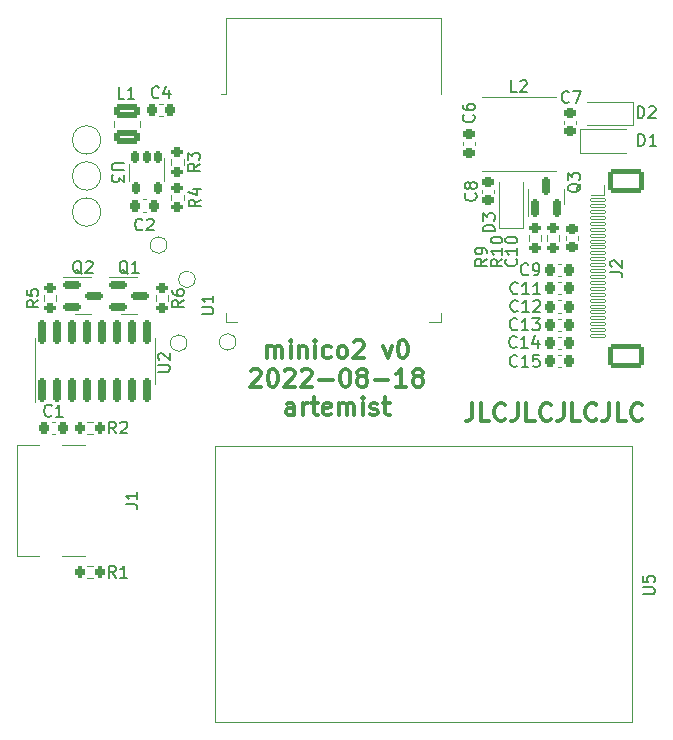
<source format=gto>
%TF.GenerationSoftware,KiCad,Pcbnew,6.0.6*%
%TF.CreationDate,2022-08-19T01:01:07+00:00*%
%TF.ProjectId,minico2,6d696e69-636f-4322-9e6b-696361645f70,rev?*%
%TF.SameCoordinates,Original*%
%TF.FileFunction,Legend,Top*%
%TF.FilePolarity,Positive*%
%FSLAX46Y46*%
G04 Gerber Fmt 4.6, Leading zero omitted, Abs format (unit mm)*
G04 Created by KiCad (PCBNEW 6.0.6) date 2022-08-19 01:01:07*
%MOMM*%
%LPD*%
G01*
G04 APERTURE LIST*
G04 Aperture macros list*
%AMRoundRect*
0 Rectangle with rounded corners*
0 $1 Rounding radius*
0 $2 $3 $4 $5 $6 $7 $8 $9 X,Y pos of 4 corners*
0 Add a 4 corners polygon primitive as box body*
4,1,4,$2,$3,$4,$5,$6,$7,$8,$9,$2,$3,0*
0 Add four circle primitives for the rounded corners*
1,1,$1+$1,$2,$3*
1,1,$1+$1,$4,$5*
1,1,$1+$1,$6,$7*
1,1,$1+$1,$8,$9*
0 Add four rect primitives between the rounded corners*
20,1,$1+$1,$2,$3,$4,$5,0*
20,1,$1+$1,$4,$5,$6,$7,0*
20,1,$1+$1,$6,$7,$8,$9,0*
20,1,$1+$1,$8,$9,$2,$3,0*%
G04 Aperture macros list end*
%ADD10C,0.300000*%
%ADD11C,0.150000*%
%ADD12C,0.120000*%
%ADD13C,0.100000*%
%ADD14RoundRect,0.150000X-0.587500X-0.150000X0.587500X-0.150000X0.587500X0.150000X-0.587500X0.150000X0*%
%ADD15C,1.000000*%
%ADD16RoundRect,0.225000X0.250000X-0.225000X0.250000X0.225000X-0.250000X0.225000X-0.250000X-0.225000X0*%
%ADD17RoundRect,0.150000X0.150000X-0.587500X0.150000X0.587500X-0.150000X0.587500X-0.150000X-0.587500X0*%
%ADD18RoundRect,0.200000X-0.275000X0.200000X-0.275000X-0.200000X0.275000X-0.200000X0.275000X0.200000X0*%
%ADD19C,2.700000*%
%ADD20C,2.000000*%
%ADD21R,2.000000X0.900000*%
%ADD22R,0.900000X2.000000*%
%ADD23R,5.000000X5.000000*%
%ADD24RoundRect,0.175000X-0.175000X0.325000X-0.175000X-0.325000X0.175000X-0.325000X0.175000X0.325000X0*%
%ADD25RoundRect,0.225000X0.225000X0.250000X-0.225000X0.250000X-0.225000X-0.250000X0.225000X-0.250000X0*%
%ADD26RoundRect,0.225000X-0.225000X-0.250000X0.225000X-0.250000X0.225000X0.250000X-0.225000X0.250000X0*%
%ADD27R,0.900000X1.200000*%
%ADD28RoundRect,0.250000X0.850000X-0.375000X0.850000X0.375000X-0.850000X0.375000X-0.850000X-0.375000X0*%
%ADD29R,1.200000X0.900000*%
%ADD30RoundRect,0.225000X-0.250000X0.225000X-0.250000X-0.225000X0.250000X-0.225000X0.250000X0.225000X0*%
%ADD31C,0.650000*%
%ADD32R,1.450000X0.600000*%
%ADD33R,1.450000X0.300000*%
%ADD34O,1.600000X1.000000*%
%ADD35O,2.100000X1.000000*%
%ADD36C,1.524000*%
%ADD37RoundRect,0.200000X0.275000X-0.200000X0.275000X0.200000X-0.275000X0.200000X-0.275000X-0.200000X0*%
%ADD38RoundRect,0.200000X-0.200000X-0.275000X0.200000X-0.275000X0.200000X0.275000X-0.200000X0.275000X0*%
%ADD39RoundRect,0.030000X0.620000X-0.120000X0.620000X0.120000X-0.620000X0.120000X-0.620000X-0.120000X0*%
%ADD40RoundRect,0.200000X1.300000X-0.800000X1.300000X0.800000X-1.300000X0.800000X-1.300000X-0.800000X0*%
%ADD41RoundRect,0.150000X0.150000X-0.825000X0.150000X0.825000X-0.150000X0.825000X-0.150000X-0.825000X0*%
%ADD42R,1.600000X5.700000*%
G04 APERTURE END LIST*
D10*
X163571428Y-107678571D02*
X163571428Y-108750000D01*
X163500000Y-108964285D01*
X163357142Y-109107142D01*
X163142857Y-109178571D01*
X163000000Y-109178571D01*
X165000000Y-109178571D02*
X164285714Y-109178571D01*
X164285714Y-107678571D01*
X166357142Y-109035714D02*
X166285714Y-109107142D01*
X166071428Y-109178571D01*
X165928571Y-109178571D01*
X165714285Y-109107142D01*
X165571428Y-108964285D01*
X165500000Y-108821428D01*
X165428571Y-108535714D01*
X165428571Y-108321428D01*
X165500000Y-108035714D01*
X165571428Y-107892857D01*
X165714285Y-107750000D01*
X165928571Y-107678571D01*
X166071428Y-107678571D01*
X166285714Y-107750000D01*
X166357142Y-107821428D01*
X167428571Y-107678571D02*
X167428571Y-108750000D01*
X167357142Y-108964285D01*
X167214285Y-109107142D01*
X167000000Y-109178571D01*
X166857142Y-109178571D01*
X168857142Y-109178571D02*
X168142857Y-109178571D01*
X168142857Y-107678571D01*
X170214285Y-109035714D02*
X170142857Y-109107142D01*
X169928571Y-109178571D01*
X169785714Y-109178571D01*
X169571428Y-109107142D01*
X169428571Y-108964285D01*
X169357142Y-108821428D01*
X169285714Y-108535714D01*
X169285714Y-108321428D01*
X169357142Y-108035714D01*
X169428571Y-107892857D01*
X169571428Y-107750000D01*
X169785714Y-107678571D01*
X169928571Y-107678571D01*
X170142857Y-107750000D01*
X170214285Y-107821428D01*
X171285714Y-107678571D02*
X171285714Y-108750000D01*
X171214285Y-108964285D01*
X171071428Y-109107142D01*
X170857142Y-109178571D01*
X170714285Y-109178571D01*
X172714285Y-109178571D02*
X172000000Y-109178571D01*
X172000000Y-107678571D01*
X174071428Y-109035714D02*
X174000000Y-109107142D01*
X173785714Y-109178571D01*
X173642857Y-109178571D01*
X173428571Y-109107142D01*
X173285714Y-108964285D01*
X173214285Y-108821428D01*
X173142857Y-108535714D01*
X173142857Y-108321428D01*
X173214285Y-108035714D01*
X173285714Y-107892857D01*
X173428571Y-107750000D01*
X173642857Y-107678571D01*
X173785714Y-107678571D01*
X174000000Y-107750000D01*
X174071428Y-107821428D01*
X175142857Y-107678571D02*
X175142857Y-108750000D01*
X175071428Y-108964285D01*
X174928571Y-109107142D01*
X174714285Y-109178571D01*
X174571428Y-109178571D01*
X176571428Y-109178571D02*
X175857142Y-109178571D01*
X175857142Y-107678571D01*
X177928571Y-109035714D02*
X177857142Y-109107142D01*
X177642857Y-109178571D01*
X177500000Y-109178571D01*
X177285714Y-109107142D01*
X177142857Y-108964285D01*
X177071428Y-108821428D01*
X177000000Y-108535714D01*
X177000000Y-108321428D01*
X177071428Y-108035714D01*
X177142857Y-107892857D01*
X177285714Y-107750000D01*
X177500000Y-107678571D01*
X177642857Y-107678571D01*
X177857142Y-107750000D01*
X177928571Y-107821428D01*
X146171428Y-103863571D02*
X146171428Y-102863571D01*
X146171428Y-103006428D02*
X146242857Y-102935000D01*
X146385714Y-102863571D01*
X146600000Y-102863571D01*
X146742857Y-102935000D01*
X146814285Y-103077857D01*
X146814285Y-103863571D01*
X146814285Y-103077857D02*
X146885714Y-102935000D01*
X147028571Y-102863571D01*
X147242857Y-102863571D01*
X147385714Y-102935000D01*
X147457142Y-103077857D01*
X147457142Y-103863571D01*
X148171428Y-103863571D02*
X148171428Y-102863571D01*
X148171428Y-102363571D02*
X148100000Y-102435000D01*
X148171428Y-102506428D01*
X148242857Y-102435000D01*
X148171428Y-102363571D01*
X148171428Y-102506428D01*
X148885714Y-102863571D02*
X148885714Y-103863571D01*
X148885714Y-103006428D02*
X148957142Y-102935000D01*
X149100000Y-102863571D01*
X149314285Y-102863571D01*
X149457142Y-102935000D01*
X149528571Y-103077857D01*
X149528571Y-103863571D01*
X150242857Y-103863571D02*
X150242857Y-102863571D01*
X150242857Y-102363571D02*
X150171428Y-102435000D01*
X150242857Y-102506428D01*
X150314285Y-102435000D01*
X150242857Y-102363571D01*
X150242857Y-102506428D01*
X151600000Y-103792142D02*
X151457142Y-103863571D01*
X151171428Y-103863571D01*
X151028571Y-103792142D01*
X150957142Y-103720714D01*
X150885714Y-103577857D01*
X150885714Y-103149285D01*
X150957142Y-103006428D01*
X151028571Y-102935000D01*
X151171428Y-102863571D01*
X151457142Y-102863571D01*
X151600000Y-102935000D01*
X152457142Y-103863571D02*
X152314285Y-103792142D01*
X152242857Y-103720714D01*
X152171428Y-103577857D01*
X152171428Y-103149285D01*
X152242857Y-103006428D01*
X152314285Y-102935000D01*
X152457142Y-102863571D01*
X152671428Y-102863571D01*
X152814285Y-102935000D01*
X152885714Y-103006428D01*
X152957142Y-103149285D01*
X152957142Y-103577857D01*
X152885714Y-103720714D01*
X152814285Y-103792142D01*
X152671428Y-103863571D01*
X152457142Y-103863571D01*
X153528571Y-102506428D02*
X153600000Y-102435000D01*
X153742857Y-102363571D01*
X154100000Y-102363571D01*
X154242857Y-102435000D01*
X154314285Y-102506428D01*
X154385714Y-102649285D01*
X154385714Y-102792142D01*
X154314285Y-103006428D01*
X153457142Y-103863571D01*
X154385714Y-103863571D01*
X156028571Y-102863571D02*
X156385714Y-103863571D01*
X156742857Y-102863571D01*
X157600000Y-102363571D02*
X157742857Y-102363571D01*
X157885714Y-102435000D01*
X157957142Y-102506428D01*
X158028571Y-102649285D01*
X158100000Y-102935000D01*
X158100000Y-103292142D01*
X158028571Y-103577857D01*
X157957142Y-103720714D01*
X157885714Y-103792142D01*
X157742857Y-103863571D01*
X157600000Y-103863571D01*
X157457142Y-103792142D01*
X157385714Y-103720714D01*
X157314285Y-103577857D01*
X157242857Y-103292142D01*
X157242857Y-102935000D01*
X157314285Y-102649285D01*
X157385714Y-102506428D01*
X157457142Y-102435000D01*
X157600000Y-102363571D01*
X144814285Y-104921428D02*
X144885714Y-104850000D01*
X145028571Y-104778571D01*
X145385714Y-104778571D01*
X145528571Y-104850000D01*
X145600000Y-104921428D01*
X145671428Y-105064285D01*
X145671428Y-105207142D01*
X145600000Y-105421428D01*
X144742857Y-106278571D01*
X145671428Y-106278571D01*
X146600000Y-104778571D02*
X146742857Y-104778571D01*
X146885714Y-104850000D01*
X146957142Y-104921428D01*
X147028571Y-105064285D01*
X147100000Y-105350000D01*
X147100000Y-105707142D01*
X147028571Y-105992857D01*
X146957142Y-106135714D01*
X146885714Y-106207142D01*
X146742857Y-106278571D01*
X146600000Y-106278571D01*
X146457142Y-106207142D01*
X146385714Y-106135714D01*
X146314285Y-105992857D01*
X146242857Y-105707142D01*
X146242857Y-105350000D01*
X146314285Y-105064285D01*
X146385714Y-104921428D01*
X146457142Y-104850000D01*
X146600000Y-104778571D01*
X147671428Y-104921428D02*
X147742857Y-104850000D01*
X147885714Y-104778571D01*
X148242857Y-104778571D01*
X148385714Y-104850000D01*
X148457142Y-104921428D01*
X148528571Y-105064285D01*
X148528571Y-105207142D01*
X148457142Y-105421428D01*
X147600000Y-106278571D01*
X148528571Y-106278571D01*
X149100000Y-104921428D02*
X149171428Y-104850000D01*
X149314285Y-104778571D01*
X149671428Y-104778571D01*
X149814285Y-104850000D01*
X149885714Y-104921428D01*
X149957142Y-105064285D01*
X149957142Y-105207142D01*
X149885714Y-105421428D01*
X149028571Y-106278571D01*
X149957142Y-106278571D01*
X150600000Y-105707142D02*
X151742857Y-105707142D01*
X152742857Y-104778571D02*
X152885714Y-104778571D01*
X153028571Y-104850000D01*
X153100000Y-104921428D01*
X153171428Y-105064285D01*
X153242857Y-105350000D01*
X153242857Y-105707142D01*
X153171428Y-105992857D01*
X153100000Y-106135714D01*
X153028571Y-106207142D01*
X152885714Y-106278571D01*
X152742857Y-106278571D01*
X152600000Y-106207142D01*
X152528571Y-106135714D01*
X152457142Y-105992857D01*
X152385714Y-105707142D01*
X152385714Y-105350000D01*
X152457142Y-105064285D01*
X152528571Y-104921428D01*
X152600000Y-104850000D01*
X152742857Y-104778571D01*
X154100000Y-105421428D02*
X153957142Y-105350000D01*
X153885714Y-105278571D01*
X153814285Y-105135714D01*
X153814285Y-105064285D01*
X153885714Y-104921428D01*
X153957142Y-104850000D01*
X154100000Y-104778571D01*
X154385714Y-104778571D01*
X154528571Y-104850000D01*
X154600000Y-104921428D01*
X154671428Y-105064285D01*
X154671428Y-105135714D01*
X154600000Y-105278571D01*
X154528571Y-105350000D01*
X154385714Y-105421428D01*
X154100000Y-105421428D01*
X153957142Y-105492857D01*
X153885714Y-105564285D01*
X153814285Y-105707142D01*
X153814285Y-105992857D01*
X153885714Y-106135714D01*
X153957142Y-106207142D01*
X154100000Y-106278571D01*
X154385714Y-106278571D01*
X154528571Y-106207142D01*
X154600000Y-106135714D01*
X154671428Y-105992857D01*
X154671428Y-105707142D01*
X154600000Y-105564285D01*
X154528571Y-105492857D01*
X154385714Y-105421428D01*
X155314285Y-105707142D02*
X156457142Y-105707142D01*
X157957142Y-106278571D02*
X157100000Y-106278571D01*
X157528571Y-106278571D02*
X157528571Y-104778571D01*
X157385714Y-104992857D01*
X157242857Y-105135714D01*
X157100000Y-105207142D01*
X158814285Y-105421428D02*
X158671428Y-105350000D01*
X158600000Y-105278571D01*
X158528571Y-105135714D01*
X158528571Y-105064285D01*
X158600000Y-104921428D01*
X158671428Y-104850000D01*
X158814285Y-104778571D01*
X159100000Y-104778571D01*
X159242857Y-104850000D01*
X159314285Y-104921428D01*
X159385714Y-105064285D01*
X159385714Y-105135714D01*
X159314285Y-105278571D01*
X159242857Y-105350000D01*
X159100000Y-105421428D01*
X158814285Y-105421428D01*
X158671428Y-105492857D01*
X158600000Y-105564285D01*
X158528571Y-105707142D01*
X158528571Y-105992857D01*
X158600000Y-106135714D01*
X158671428Y-106207142D01*
X158814285Y-106278571D01*
X159100000Y-106278571D01*
X159242857Y-106207142D01*
X159314285Y-106135714D01*
X159385714Y-105992857D01*
X159385714Y-105707142D01*
X159314285Y-105564285D01*
X159242857Y-105492857D01*
X159100000Y-105421428D01*
X148492857Y-108693571D02*
X148492857Y-107907857D01*
X148421428Y-107765000D01*
X148278571Y-107693571D01*
X147992857Y-107693571D01*
X147850000Y-107765000D01*
X148492857Y-108622142D02*
X148350000Y-108693571D01*
X147992857Y-108693571D01*
X147850000Y-108622142D01*
X147778571Y-108479285D01*
X147778571Y-108336428D01*
X147850000Y-108193571D01*
X147992857Y-108122142D01*
X148350000Y-108122142D01*
X148492857Y-108050714D01*
X149207142Y-108693571D02*
X149207142Y-107693571D01*
X149207142Y-107979285D02*
X149278571Y-107836428D01*
X149350000Y-107765000D01*
X149492857Y-107693571D01*
X149635714Y-107693571D01*
X149921428Y-107693571D02*
X150492857Y-107693571D01*
X150135714Y-107193571D02*
X150135714Y-108479285D01*
X150207142Y-108622142D01*
X150350000Y-108693571D01*
X150492857Y-108693571D01*
X151564285Y-108622142D02*
X151421428Y-108693571D01*
X151135714Y-108693571D01*
X150992857Y-108622142D01*
X150921428Y-108479285D01*
X150921428Y-107907857D01*
X150992857Y-107765000D01*
X151135714Y-107693571D01*
X151421428Y-107693571D01*
X151564285Y-107765000D01*
X151635714Y-107907857D01*
X151635714Y-108050714D01*
X150921428Y-108193571D01*
X152278571Y-108693571D02*
X152278571Y-107693571D01*
X152278571Y-107836428D02*
X152350000Y-107765000D01*
X152492857Y-107693571D01*
X152707142Y-107693571D01*
X152850000Y-107765000D01*
X152921428Y-107907857D01*
X152921428Y-108693571D01*
X152921428Y-107907857D02*
X152992857Y-107765000D01*
X153135714Y-107693571D01*
X153350000Y-107693571D01*
X153492857Y-107765000D01*
X153564285Y-107907857D01*
X153564285Y-108693571D01*
X154278571Y-108693571D02*
X154278571Y-107693571D01*
X154278571Y-107193571D02*
X154207142Y-107265000D01*
X154278571Y-107336428D01*
X154350000Y-107265000D01*
X154278571Y-107193571D01*
X154278571Y-107336428D01*
X154921428Y-108622142D02*
X155064285Y-108693571D01*
X155350000Y-108693571D01*
X155492857Y-108622142D01*
X155564285Y-108479285D01*
X155564285Y-108407857D01*
X155492857Y-108265000D01*
X155350000Y-108193571D01*
X155135714Y-108193571D01*
X154992857Y-108122142D01*
X154921428Y-107979285D01*
X154921428Y-107907857D01*
X154992857Y-107765000D01*
X155135714Y-107693571D01*
X155350000Y-107693571D01*
X155492857Y-107765000D01*
X155992857Y-107693571D02*
X156564285Y-107693571D01*
X156207142Y-107193571D02*
X156207142Y-108479285D01*
X156278571Y-108622142D01*
X156421428Y-108693571D01*
X156564285Y-108693571D01*
D11*
%TO.C,Q1*%
X134404761Y-96747619D02*
X134309523Y-96700000D01*
X134214285Y-96604761D01*
X134071428Y-96461904D01*
X133976190Y-96414285D01*
X133880952Y-96414285D01*
X133928571Y-96652380D02*
X133833333Y-96604761D01*
X133738095Y-96509523D01*
X133690476Y-96319047D01*
X133690476Y-95985714D01*
X133738095Y-95795238D01*
X133833333Y-95700000D01*
X133928571Y-95652380D01*
X134119047Y-95652380D01*
X134214285Y-95700000D01*
X134309523Y-95795238D01*
X134357142Y-95985714D01*
X134357142Y-96319047D01*
X134309523Y-96509523D01*
X134214285Y-96604761D01*
X134119047Y-96652380D01*
X133928571Y-96652380D01*
X135309523Y-96652380D02*
X134738095Y-96652380D01*
X135023809Y-96652380D02*
X135023809Y-95652380D01*
X134928571Y-95795238D01*
X134833333Y-95890476D01*
X134738095Y-95938095D01*
%TO.C,C8*%
X163827142Y-89916666D02*
X163874761Y-89964285D01*
X163922380Y-90107142D01*
X163922380Y-90202380D01*
X163874761Y-90345238D01*
X163779523Y-90440476D01*
X163684285Y-90488095D01*
X163493809Y-90535714D01*
X163350952Y-90535714D01*
X163160476Y-90488095D01*
X163065238Y-90440476D01*
X162970000Y-90345238D01*
X162922380Y-90202380D01*
X162922380Y-90107142D01*
X162970000Y-89964285D01*
X163017619Y-89916666D01*
X163350952Y-89345238D02*
X163303333Y-89440476D01*
X163255714Y-89488095D01*
X163160476Y-89535714D01*
X163112857Y-89535714D01*
X163017619Y-89488095D01*
X162970000Y-89440476D01*
X162922380Y-89345238D01*
X162922380Y-89154761D01*
X162970000Y-89059523D01*
X163017619Y-89011904D01*
X163112857Y-88964285D01*
X163160476Y-88964285D01*
X163255714Y-89011904D01*
X163303333Y-89059523D01*
X163350952Y-89154761D01*
X163350952Y-89345238D01*
X163398571Y-89440476D01*
X163446190Y-89488095D01*
X163541428Y-89535714D01*
X163731904Y-89535714D01*
X163827142Y-89488095D01*
X163874761Y-89440476D01*
X163922380Y-89345238D01*
X163922380Y-89154761D01*
X163874761Y-89059523D01*
X163827142Y-89011904D01*
X163731904Y-88964285D01*
X163541428Y-88964285D01*
X163446190Y-89011904D01*
X163398571Y-89059523D01*
X163350952Y-89154761D01*
%TO.C,Q3*%
X172747619Y-89095238D02*
X172700000Y-89190476D01*
X172604761Y-89285714D01*
X172461904Y-89428571D01*
X172414285Y-89523809D01*
X172414285Y-89619047D01*
X172652380Y-89571428D02*
X172604761Y-89666666D01*
X172509523Y-89761904D01*
X172319047Y-89809523D01*
X171985714Y-89809523D01*
X171795238Y-89761904D01*
X171700000Y-89666666D01*
X171652380Y-89571428D01*
X171652380Y-89380952D01*
X171700000Y-89285714D01*
X171795238Y-89190476D01*
X171985714Y-89142857D01*
X172319047Y-89142857D01*
X172509523Y-89190476D01*
X172604761Y-89285714D01*
X172652380Y-89380952D01*
X172652380Y-89571428D01*
X171652380Y-88809523D02*
X171652380Y-88190476D01*
X172033333Y-88523809D01*
X172033333Y-88380952D01*
X172080952Y-88285714D01*
X172128571Y-88238095D01*
X172223809Y-88190476D01*
X172461904Y-88190476D01*
X172557142Y-88238095D01*
X172604761Y-88285714D01*
X172652380Y-88380952D01*
X172652380Y-88666666D01*
X172604761Y-88761904D01*
X172557142Y-88809523D01*
%TO.C,R10*%
X166102380Y-95492857D02*
X165626190Y-95826190D01*
X166102380Y-96064285D02*
X165102380Y-96064285D01*
X165102380Y-95683333D01*
X165150000Y-95588095D01*
X165197619Y-95540476D01*
X165292857Y-95492857D01*
X165435714Y-95492857D01*
X165530952Y-95540476D01*
X165578571Y-95588095D01*
X165626190Y-95683333D01*
X165626190Y-96064285D01*
X166102380Y-94540476D02*
X166102380Y-95111904D01*
X166102380Y-94826190D02*
X165102380Y-94826190D01*
X165245238Y-94921428D01*
X165340476Y-95016666D01*
X165388095Y-95111904D01*
X165102380Y-93921428D02*
X165102380Y-93826190D01*
X165150000Y-93730952D01*
X165197619Y-93683333D01*
X165292857Y-93635714D01*
X165483333Y-93588095D01*
X165721428Y-93588095D01*
X165911904Y-93635714D01*
X166007142Y-93683333D01*
X166054761Y-93730952D01*
X166102380Y-93826190D01*
X166102380Y-93921428D01*
X166054761Y-94016666D01*
X166007142Y-94064285D01*
X165911904Y-94111904D01*
X165721428Y-94159523D01*
X165483333Y-94159523D01*
X165292857Y-94111904D01*
X165197619Y-94064285D01*
X165150000Y-94016666D01*
X165102380Y-93921428D01*
%TO.C,R9*%
X164802380Y-95466666D02*
X164326190Y-95800000D01*
X164802380Y-96038095D02*
X163802380Y-96038095D01*
X163802380Y-95657142D01*
X163850000Y-95561904D01*
X163897619Y-95514285D01*
X163992857Y-95466666D01*
X164135714Y-95466666D01*
X164230952Y-95514285D01*
X164278571Y-95561904D01*
X164326190Y-95657142D01*
X164326190Y-96038095D01*
X164802380Y-94990476D02*
X164802380Y-94800000D01*
X164754761Y-94704761D01*
X164707142Y-94657142D01*
X164564285Y-94561904D01*
X164373809Y-94514285D01*
X163992857Y-94514285D01*
X163897619Y-94561904D01*
X163850000Y-94609523D01*
X163802380Y-94704761D01*
X163802380Y-94895238D01*
X163850000Y-94990476D01*
X163897619Y-95038095D01*
X163992857Y-95085714D01*
X164230952Y-95085714D01*
X164326190Y-95038095D01*
X164373809Y-94990476D01*
X164421428Y-94895238D01*
X164421428Y-94704761D01*
X164373809Y-94609523D01*
X164326190Y-94561904D01*
X164230952Y-94514285D01*
%TO.C,U1*%
X140642380Y-100141904D02*
X141451904Y-100141904D01*
X141547142Y-100094285D01*
X141594761Y-100046666D01*
X141642380Y-99951428D01*
X141642380Y-99760952D01*
X141594761Y-99665714D01*
X141547142Y-99618095D01*
X141451904Y-99570476D01*
X140642380Y-99570476D01*
X141642380Y-98570476D02*
X141642380Y-99141904D01*
X141642380Y-98856190D02*
X140642380Y-98856190D01*
X140785238Y-98951428D01*
X140880476Y-99046666D01*
X140928095Y-99141904D01*
%TO.C,U3*%
X134047619Y-87388095D02*
X133238095Y-87388095D01*
X133142857Y-87435714D01*
X133095238Y-87483333D01*
X133047619Y-87578571D01*
X133047619Y-87769047D01*
X133095238Y-87864285D01*
X133142857Y-87911904D01*
X133238095Y-87959523D01*
X134047619Y-87959523D01*
X134047619Y-88340476D02*
X134047619Y-88959523D01*
X133666666Y-88626190D01*
X133666666Y-88769047D01*
X133619047Y-88864285D01*
X133571428Y-88911904D01*
X133476190Y-88959523D01*
X133238095Y-88959523D01*
X133142857Y-88911904D01*
X133095238Y-88864285D01*
X133047619Y-88769047D01*
X133047619Y-88483333D01*
X133095238Y-88388095D01*
X133142857Y-88340476D01*
%TO.C,C12*%
X167407142Y-99857142D02*
X167359523Y-99904761D01*
X167216666Y-99952380D01*
X167121428Y-99952380D01*
X166978571Y-99904761D01*
X166883333Y-99809523D01*
X166835714Y-99714285D01*
X166788095Y-99523809D01*
X166788095Y-99380952D01*
X166835714Y-99190476D01*
X166883333Y-99095238D01*
X166978571Y-99000000D01*
X167121428Y-98952380D01*
X167216666Y-98952380D01*
X167359523Y-99000000D01*
X167407142Y-99047619D01*
X168359523Y-99952380D02*
X167788095Y-99952380D01*
X168073809Y-99952380D02*
X168073809Y-98952380D01*
X167978571Y-99095238D01*
X167883333Y-99190476D01*
X167788095Y-99238095D01*
X168740476Y-99047619D02*
X168788095Y-99000000D01*
X168883333Y-98952380D01*
X169121428Y-98952380D01*
X169216666Y-99000000D01*
X169264285Y-99047619D01*
X169311904Y-99142857D01*
X169311904Y-99238095D01*
X169264285Y-99380952D01*
X168692857Y-99952380D01*
X169311904Y-99952380D01*
%TO.C,R4*%
X140552380Y-90441666D02*
X140076190Y-90775000D01*
X140552380Y-91013095D02*
X139552380Y-91013095D01*
X139552380Y-90632142D01*
X139600000Y-90536904D01*
X139647619Y-90489285D01*
X139742857Y-90441666D01*
X139885714Y-90441666D01*
X139980952Y-90489285D01*
X140028571Y-90536904D01*
X140076190Y-90632142D01*
X140076190Y-91013095D01*
X139885714Y-89584523D02*
X140552380Y-89584523D01*
X139504761Y-89822619D02*
X140219047Y-90060714D01*
X140219047Y-89441666D01*
%TO.C,C1*%
X127933333Y-108727142D02*
X127885714Y-108774761D01*
X127742857Y-108822380D01*
X127647619Y-108822380D01*
X127504761Y-108774761D01*
X127409523Y-108679523D01*
X127361904Y-108584285D01*
X127314285Y-108393809D01*
X127314285Y-108250952D01*
X127361904Y-108060476D01*
X127409523Y-107965238D01*
X127504761Y-107870000D01*
X127647619Y-107822380D01*
X127742857Y-107822380D01*
X127885714Y-107870000D01*
X127933333Y-107917619D01*
X128885714Y-108822380D02*
X128314285Y-108822380D01*
X128600000Y-108822380D02*
X128600000Y-107822380D01*
X128504761Y-107965238D01*
X128409523Y-108060476D01*
X128314285Y-108108095D01*
%TO.C,D1*%
X177611904Y-85902380D02*
X177611904Y-84902380D01*
X177850000Y-84902380D01*
X177992857Y-84950000D01*
X178088095Y-85045238D01*
X178135714Y-85140476D01*
X178183333Y-85330952D01*
X178183333Y-85473809D01*
X178135714Y-85664285D01*
X178088095Y-85759523D01*
X177992857Y-85854761D01*
X177850000Y-85902380D01*
X177611904Y-85902380D01*
X179135714Y-85902380D02*
X178564285Y-85902380D01*
X178850000Y-85902380D02*
X178850000Y-84902380D01*
X178754761Y-85045238D01*
X178659523Y-85140476D01*
X178564285Y-85188095D01*
%TO.C,L1*%
X134083333Y-81902380D02*
X133607142Y-81902380D01*
X133607142Y-80902380D01*
X134940476Y-81902380D02*
X134369047Y-81902380D01*
X134654761Y-81902380D02*
X134654761Y-80902380D01*
X134559523Y-81045238D01*
X134464285Y-81140476D01*
X134369047Y-81188095D01*
%TO.C,C15*%
X167357142Y-104507142D02*
X167309523Y-104554761D01*
X167166666Y-104602380D01*
X167071428Y-104602380D01*
X166928571Y-104554761D01*
X166833333Y-104459523D01*
X166785714Y-104364285D01*
X166738095Y-104173809D01*
X166738095Y-104030952D01*
X166785714Y-103840476D01*
X166833333Y-103745238D01*
X166928571Y-103650000D01*
X167071428Y-103602380D01*
X167166666Y-103602380D01*
X167309523Y-103650000D01*
X167357142Y-103697619D01*
X168309523Y-104602380D02*
X167738095Y-104602380D01*
X168023809Y-104602380D02*
X168023809Y-103602380D01*
X167928571Y-103745238D01*
X167833333Y-103840476D01*
X167738095Y-103888095D01*
X169214285Y-103602380D02*
X168738095Y-103602380D01*
X168690476Y-104078571D01*
X168738095Y-104030952D01*
X168833333Y-103983333D01*
X169071428Y-103983333D01*
X169166666Y-104030952D01*
X169214285Y-104078571D01*
X169261904Y-104173809D01*
X169261904Y-104411904D01*
X169214285Y-104507142D01*
X169166666Y-104554761D01*
X169071428Y-104602380D01*
X168833333Y-104602380D01*
X168738095Y-104554761D01*
X168690476Y-104507142D01*
%TO.C,D3*%
X165452380Y-93138095D02*
X164452380Y-93138095D01*
X164452380Y-92900000D01*
X164500000Y-92757142D01*
X164595238Y-92661904D01*
X164690476Y-92614285D01*
X164880952Y-92566666D01*
X165023809Y-92566666D01*
X165214285Y-92614285D01*
X165309523Y-92661904D01*
X165404761Y-92757142D01*
X165452380Y-92900000D01*
X165452380Y-93138095D01*
X164452380Y-92233333D02*
X164452380Y-91614285D01*
X164833333Y-91947619D01*
X164833333Y-91804761D01*
X164880952Y-91709523D01*
X164928571Y-91661904D01*
X165023809Y-91614285D01*
X165261904Y-91614285D01*
X165357142Y-91661904D01*
X165404761Y-91709523D01*
X165452380Y-91804761D01*
X165452380Y-92090476D01*
X165404761Y-92185714D01*
X165357142Y-92233333D01*
%TO.C,C10*%
X167257142Y-95492857D02*
X167304761Y-95540476D01*
X167352380Y-95683333D01*
X167352380Y-95778571D01*
X167304761Y-95921428D01*
X167209523Y-96016666D01*
X167114285Y-96064285D01*
X166923809Y-96111904D01*
X166780952Y-96111904D01*
X166590476Y-96064285D01*
X166495238Y-96016666D01*
X166400000Y-95921428D01*
X166352380Y-95778571D01*
X166352380Y-95683333D01*
X166400000Y-95540476D01*
X166447619Y-95492857D01*
X167352380Y-94540476D02*
X167352380Y-95111904D01*
X167352380Y-94826190D02*
X166352380Y-94826190D01*
X166495238Y-94921428D01*
X166590476Y-95016666D01*
X166638095Y-95111904D01*
X166352380Y-93921428D02*
X166352380Y-93826190D01*
X166400000Y-93730952D01*
X166447619Y-93683333D01*
X166542857Y-93635714D01*
X166733333Y-93588095D01*
X166971428Y-93588095D01*
X167161904Y-93635714D01*
X167257142Y-93683333D01*
X167304761Y-93730952D01*
X167352380Y-93826190D01*
X167352380Y-93921428D01*
X167304761Y-94016666D01*
X167257142Y-94064285D01*
X167161904Y-94111904D01*
X166971428Y-94159523D01*
X166733333Y-94159523D01*
X166542857Y-94111904D01*
X166447619Y-94064285D01*
X166400000Y-94016666D01*
X166352380Y-93921428D01*
%TO.C,C6*%
X163657142Y-83266666D02*
X163704761Y-83314285D01*
X163752380Y-83457142D01*
X163752380Y-83552380D01*
X163704761Y-83695238D01*
X163609523Y-83790476D01*
X163514285Y-83838095D01*
X163323809Y-83885714D01*
X163180952Y-83885714D01*
X162990476Y-83838095D01*
X162895238Y-83790476D01*
X162800000Y-83695238D01*
X162752380Y-83552380D01*
X162752380Y-83457142D01*
X162800000Y-83314285D01*
X162847619Y-83266666D01*
X162752380Y-82409523D02*
X162752380Y-82600000D01*
X162800000Y-82695238D01*
X162847619Y-82742857D01*
X162990476Y-82838095D01*
X163180952Y-82885714D01*
X163561904Y-82885714D01*
X163657142Y-82838095D01*
X163704761Y-82790476D01*
X163752380Y-82695238D01*
X163752380Y-82504761D01*
X163704761Y-82409523D01*
X163657142Y-82361904D01*
X163561904Y-82314285D01*
X163323809Y-82314285D01*
X163228571Y-82361904D01*
X163180952Y-82409523D01*
X163133333Y-82504761D01*
X163133333Y-82695238D01*
X163180952Y-82790476D01*
X163228571Y-82838095D01*
X163323809Y-82885714D01*
%TO.C,C13*%
X167357142Y-101407142D02*
X167309523Y-101454761D01*
X167166666Y-101502380D01*
X167071428Y-101502380D01*
X166928571Y-101454761D01*
X166833333Y-101359523D01*
X166785714Y-101264285D01*
X166738095Y-101073809D01*
X166738095Y-100930952D01*
X166785714Y-100740476D01*
X166833333Y-100645238D01*
X166928571Y-100550000D01*
X167071428Y-100502380D01*
X167166666Y-100502380D01*
X167309523Y-100550000D01*
X167357142Y-100597619D01*
X168309523Y-101502380D02*
X167738095Y-101502380D01*
X168023809Y-101502380D02*
X168023809Y-100502380D01*
X167928571Y-100645238D01*
X167833333Y-100740476D01*
X167738095Y-100788095D01*
X168642857Y-100502380D02*
X169261904Y-100502380D01*
X168928571Y-100883333D01*
X169071428Y-100883333D01*
X169166666Y-100930952D01*
X169214285Y-100978571D01*
X169261904Y-101073809D01*
X169261904Y-101311904D01*
X169214285Y-101407142D01*
X169166666Y-101454761D01*
X169071428Y-101502380D01*
X168785714Y-101502380D01*
X168690476Y-101454761D01*
X168642857Y-101407142D01*
%TO.C,D2*%
X177561904Y-83552380D02*
X177561904Y-82552380D01*
X177800000Y-82552380D01*
X177942857Y-82600000D01*
X178038095Y-82695238D01*
X178085714Y-82790476D01*
X178133333Y-82980952D01*
X178133333Y-83123809D01*
X178085714Y-83314285D01*
X178038095Y-83409523D01*
X177942857Y-83504761D01*
X177800000Y-83552380D01*
X177561904Y-83552380D01*
X178514285Y-82647619D02*
X178561904Y-82600000D01*
X178657142Y-82552380D01*
X178895238Y-82552380D01*
X178990476Y-82600000D01*
X179038095Y-82647619D01*
X179085714Y-82742857D01*
X179085714Y-82838095D01*
X179038095Y-82980952D01*
X178466666Y-83552380D01*
X179085714Y-83552380D01*
%TO.C,C7*%
X171733333Y-82157142D02*
X171685714Y-82204761D01*
X171542857Y-82252380D01*
X171447619Y-82252380D01*
X171304761Y-82204761D01*
X171209523Y-82109523D01*
X171161904Y-82014285D01*
X171114285Y-81823809D01*
X171114285Y-81680952D01*
X171161904Y-81490476D01*
X171209523Y-81395238D01*
X171304761Y-81300000D01*
X171447619Y-81252380D01*
X171542857Y-81252380D01*
X171685714Y-81300000D01*
X171733333Y-81347619D01*
X172066666Y-81252380D02*
X172733333Y-81252380D01*
X172304761Y-82252380D01*
%TO.C,Q2*%
X130504761Y-96747619D02*
X130409523Y-96700000D01*
X130314285Y-96604761D01*
X130171428Y-96461904D01*
X130076190Y-96414285D01*
X129980952Y-96414285D01*
X130028571Y-96652380D02*
X129933333Y-96604761D01*
X129838095Y-96509523D01*
X129790476Y-96319047D01*
X129790476Y-95985714D01*
X129838095Y-95795238D01*
X129933333Y-95700000D01*
X130028571Y-95652380D01*
X130219047Y-95652380D01*
X130314285Y-95700000D01*
X130409523Y-95795238D01*
X130457142Y-95985714D01*
X130457142Y-96319047D01*
X130409523Y-96509523D01*
X130314285Y-96604761D01*
X130219047Y-96652380D01*
X130028571Y-96652380D01*
X130838095Y-95747619D02*
X130885714Y-95700000D01*
X130980952Y-95652380D01*
X131219047Y-95652380D01*
X131314285Y-95700000D01*
X131361904Y-95747619D01*
X131409523Y-95842857D01*
X131409523Y-95938095D01*
X131361904Y-96080952D01*
X130790476Y-96652380D01*
X131409523Y-96652380D01*
%TO.C,J1*%
X134202380Y-116233333D02*
X134916666Y-116233333D01*
X135059523Y-116280952D01*
X135154761Y-116376190D01*
X135202380Y-116519047D01*
X135202380Y-116614285D01*
X135202380Y-115233333D02*
X135202380Y-115804761D01*
X135202380Y-115519047D02*
X134202380Y-115519047D01*
X134345238Y-115614285D01*
X134440476Y-115709523D01*
X134488095Y-115804761D01*
%TO.C,U5*%
X178002380Y-123861904D02*
X178811904Y-123861904D01*
X178907142Y-123814285D01*
X178954761Y-123766666D01*
X179002380Y-123671428D01*
X179002380Y-123480952D01*
X178954761Y-123385714D01*
X178907142Y-123338095D01*
X178811904Y-123290476D01*
X178002380Y-123290476D01*
X178002380Y-122338095D02*
X178002380Y-122814285D01*
X178478571Y-122861904D01*
X178430952Y-122814285D01*
X178383333Y-122719047D01*
X178383333Y-122480952D01*
X178430952Y-122385714D01*
X178478571Y-122338095D01*
X178573809Y-122290476D01*
X178811904Y-122290476D01*
X178907142Y-122338095D01*
X178954761Y-122385714D01*
X179002380Y-122480952D01*
X179002380Y-122719047D01*
X178954761Y-122814285D01*
X178907142Y-122861904D01*
%TO.C,R6*%
X139152380Y-98966666D02*
X138676190Y-99300000D01*
X139152380Y-99538095D02*
X138152380Y-99538095D01*
X138152380Y-99157142D01*
X138200000Y-99061904D01*
X138247619Y-99014285D01*
X138342857Y-98966666D01*
X138485714Y-98966666D01*
X138580952Y-99014285D01*
X138628571Y-99061904D01*
X138676190Y-99157142D01*
X138676190Y-99538095D01*
X138152380Y-98109523D02*
X138152380Y-98300000D01*
X138200000Y-98395238D01*
X138247619Y-98442857D01*
X138390476Y-98538095D01*
X138580952Y-98585714D01*
X138961904Y-98585714D01*
X139057142Y-98538095D01*
X139104761Y-98490476D01*
X139152380Y-98395238D01*
X139152380Y-98204761D01*
X139104761Y-98109523D01*
X139057142Y-98061904D01*
X138961904Y-98014285D01*
X138723809Y-98014285D01*
X138628571Y-98061904D01*
X138580952Y-98109523D01*
X138533333Y-98204761D01*
X138533333Y-98395238D01*
X138580952Y-98490476D01*
X138628571Y-98538095D01*
X138723809Y-98585714D01*
%TO.C,R3*%
X140482380Y-87416666D02*
X140006190Y-87750000D01*
X140482380Y-87988095D02*
X139482380Y-87988095D01*
X139482380Y-87607142D01*
X139530000Y-87511904D01*
X139577619Y-87464285D01*
X139672857Y-87416666D01*
X139815714Y-87416666D01*
X139910952Y-87464285D01*
X139958571Y-87511904D01*
X140006190Y-87607142D01*
X140006190Y-87988095D01*
X139482380Y-87083333D02*
X139482380Y-86464285D01*
X139863333Y-86797619D01*
X139863333Y-86654761D01*
X139910952Y-86559523D01*
X139958571Y-86511904D01*
X140053809Y-86464285D01*
X140291904Y-86464285D01*
X140387142Y-86511904D01*
X140434761Y-86559523D01*
X140482380Y-86654761D01*
X140482380Y-86940476D01*
X140434761Y-87035714D01*
X140387142Y-87083333D01*
%TO.C,C14*%
X167307142Y-102907142D02*
X167259523Y-102954761D01*
X167116666Y-103002380D01*
X167021428Y-103002380D01*
X166878571Y-102954761D01*
X166783333Y-102859523D01*
X166735714Y-102764285D01*
X166688095Y-102573809D01*
X166688095Y-102430952D01*
X166735714Y-102240476D01*
X166783333Y-102145238D01*
X166878571Y-102050000D01*
X167021428Y-102002380D01*
X167116666Y-102002380D01*
X167259523Y-102050000D01*
X167307142Y-102097619D01*
X168259523Y-103002380D02*
X167688095Y-103002380D01*
X167973809Y-103002380D02*
X167973809Y-102002380D01*
X167878571Y-102145238D01*
X167783333Y-102240476D01*
X167688095Y-102288095D01*
X169116666Y-102335714D02*
X169116666Y-103002380D01*
X168878571Y-101954761D02*
X168640476Y-102669047D01*
X169259523Y-102669047D01*
%TO.C,C4*%
X137033333Y-81777142D02*
X136985714Y-81824761D01*
X136842857Y-81872380D01*
X136747619Y-81872380D01*
X136604761Y-81824761D01*
X136509523Y-81729523D01*
X136461904Y-81634285D01*
X136414285Y-81443809D01*
X136414285Y-81300952D01*
X136461904Y-81110476D01*
X136509523Y-81015238D01*
X136604761Y-80920000D01*
X136747619Y-80872380D01*
X136842857Y-80872380D01*
X136985714Y-80920000D01*
X137033333Y-80967619D01*
X137890476Y-81205714D02*
X137890476Y-81872380D01*
X137652380Y-80824761D02*
X137414285Y-81539047D01*
X138033333Y-81539047D01*
%TO.C,R2*%
X133383333Y-110252380D02*
X133050000Y-109776190D01*
X132811904Y-110252380D02*
X132811904Y-109252380D01*
X133192857Y-109252380D01*
X133288095Y-109300000D01*
X133335714Y-109347619D01*
X133383333Y-109442857D01*
X133383333Y-109585714D01*
X133335714Y-109680952D01*
X133288095Y-109728571D01*
X133192857Y-109776190D01*
X132811904Y-109776190D01*
X133764285Y-109347619D02*
X133811904Y-109300000D01*
X133907142Y-109252380D01*
X134145238Y-109252380D01*
X134240476Y-109300000D01*
X134288095Y-109347619D01*
X134335714Y-109442857D01*
X134335714Y-109538095D01*
X134288095Y-109680952D01*
X133716666Y-110252380D01*
X134335714Y-110252380D01*
%TO.C,J2*%
X175252380Y-96583333D02*
X175966666Y-96583333D01*
X176109523Y-96630952D01*
X176204761Y-96726190D01*
X176252380Y-96869047D01*
X176252380Y-96964285D01*
X175347619Y-96154761D02*
X175300000Y-96107142D01*
X175252380Y-96011904D01*
X175252380Y-95773809D01*
X175300000Y-95678571D01*
X175347619Y-95630952D01*
X175442857Y-95583333D01*
X175538095Y-95583333D01*
X175680952Y-95630952D01*
X176252380Y-96202380D01*
X176252380Y-95583333D01*
%TO.C,C2*%
X135633333Y-92957142D02*
X135585714Y-93004761D01*
X135442857Y-93052380D01*
X135347619Y-93052380D01*
X135204761Y-93004761D01*
X135109523Y-92909523D01*
X135061904Y-92814285D01*
X135014285Y-92623809D01*
X135014285Y-92480952D01*
X135061904Y-92290476D01*
X135109523Y-92195238D01*
X135204761Y-92100000D01*
X135347619Y-92052380D01*
X135442857Y-92052380D01*
X135585714Y-92100000D01*
X135633333Y-92147619D01*
X136014285Y-92147619D02*
X136061904Y-92100000D01*
X136157142Y-92052380D01*
X136395238Y-92052380D01*
X136490476Y-92100000D01*
X136538095Y-92147619D01*
X136585714Y-92242857D01*
X136585714Y-92338095D01*
X136538095Y-92480952D01*
X135966666Y-93052380D01*
X136585714Y-93052380D01*
%TO.C,R5*%
X126822380Y-98966666D02*
X126346190Y-99300000D01*
X126822380Y-99538095D02*
X125822380Y-99538095D01*
X125822380Y-99157142D01*
X125870000Y-99061904D01*
X125917619Y-99014285D01*
X126012857Y-98966666D01*
X126155714Y-98966666D01*
X126250952Y-99014285D01*
X126298571Y-99061904D01*
X126346190Y-99157142D01*
X126346190Y-99538095D01*
X125822380Y-98061904D02*
X125822380Y-98538095D01*
X126298571Y-98585714D01*
X126250952Y-98538095D01*
X126203333Y-98442857D01*
X126203333Y-98204761D01*
X126250952Y-98109523D01*
X126298571Y-98061904D01*
X126393809Y-98014285D01*
X126631904Y-98014285D01*
X126727142Y-98061904D01*
X126774761Y-98109523D01*
X126822380Y-98204761D01*
X126822380Y-98442857D01*
X126774761Y-98538095D01*
X126727142Y-98585714D01*
%TO.C,R1*%
X133383333Y-122452380D02*
X133050000Y-121976190D01*
X132811904Y-122452380D02*
X132811904Y-121452380D01*
X133192857Y-121452380D01*
X133288095Y-121500000D01*
X133335714Y-121547619D01*
X133383333Y-121642857D01*
X133383333Y-121785714D01*
X133335714Y-121880952D01*
X133288095Y-121928571D01*
X133192857Y-121976190D01*
X132811904Y-121976190D01*
X134335714Y-122452380D02*
X133764285Y-122452380D01*
X134050000Y-122452380D02*
X134050000Y-121452380D01*
X133954761Y-121595238D01*
X133859523Y-121690476D01*
X133764285Y-121738095D01*
%TO.C,C9*%
X168283333Y-96757142D02*
X168235714Y-96804761D01*
X168092857Y-96852380D01*
X167997619Y-96852380D01*
X167854761Y-96804761D01*
X167759523Y-96709523D01*
X167711904Y-96614285D01*
X167664285Y-96423809D01*
X167664285Y-96280952D01*
X167711904Y-96090476D01*
X167759523Y-95995238D01*
X167854761Y-95900000D01*
X167997619Y-95852380D01*
X168092857Y-95852380D01*
X168235714Y-95900000D01*
X168283333Y-95947619D01*
X168759523Y-96852380D02*
X168950000Y-96852380D01*
X169045238Y-96804761D01*
X169092857Y-96757142D01*
X169188095Y-96614285D01*
X169235714Y-96423809D01*
X169235714Y-96042857D01*
X169188095Y-95947619D01*
X169140476Y-95900000D01*
X169045238Y-95852380D01*
X168854761Y-95852380D01*
X168759523Y-95900000D01*
X168711904Y-95947619D01*
X168664285Y-96042857D01*
X168664285Y-96280952D01*
X168711904Y-96376190D01*
X168759523Y-96423809D01*
X168854761Y-96471428D01*
X169045238Y-96471428D01*
X169140476Y-96423809D01*
X169188095Y-96376190D01*
X169235714Y-96280952D01*
%TO.C,C11*%
X167407142Y-98357142D02*
X167359523Y-98404761D01*
X167216666Y-98452380D01*
X167121428Y-98452380D01*
X166978571Y-98404761D01*
X166883333Y-98309523D01*
X166835714Y-98214285D01*
X166788095Y-98023809D01*
X166788095Y-97880952D01*
X166835714Y-97690476D01*
X166883333Y-97595238D01*
X166978571Y-97500000D01*
X167121428Y-97452380D01*
X167216666Y-97452380D01*
X167359523Y-97500000D01*
X167407142Y-97547619D01*
X168359523Y-98452380D02*
X167788095Y-98452380D01*
X168073809Y-98452380D02*
X168073809Y-97452380D01*
X167978571Y-97595238D01*
X167883333Y-97690476D01*
X167788095Y-97738095D01*
X169311904Y-98452380D02*
X168740476Y-98452380D01*
X169026190Y-98452380D02*
X169026190Y-97452380D01*
X168930952Y-97595238D01*
X168835714Y-97690476D01*
X168740476Y-97738095D01*
%TO.C,U2*%
X136952380Y-105011904D02*
X137761904Y-105011904D01*
X137857142Y-104964285D01*
X137904761Y-104916666D01*
X137952380Y-104821428D01*
X137952380Y-104630952D01*
X137904761Y-104535714D01*
X137857142Y-104488095D01*
X137761904Y-104440476D01*
X136952380Y-104440476D01*
X137047619Y-104011904D02*
X137000000Y-103964285D01*
X136952380Y-103869047D01*
X136952380Y-103630952D01*
X137000000Y-103535714D01*
X137047619Y-103488095D01*
X137142857Y-103440476D01*
X137238095Y-103440476D01*
X137380952Y-103488095D01*
X137952380Y-104059523D01*
X137952380Y-103440476D01*
%TO.C,L2*%
X167333333Y-81352380D02*
X166857142Y-81352380D01*
X166857142Y-80352380D01*
X167619047Y-80447619D02*
X167666666Y-80400000D01*
X167761904Y-80352380D01*
X168000000Y-80352380D01*
X168095238Y-80400000D01*
X168142857Y-80447619D01*
X168190476Y-80542857D01*
X168190476Y-80638095D01*
X168142857Y-80780952D01*
X167571428Y-81352380D01*
X168190476Y-81352380D01*
D12*
%TO.C,Q1*%
X134500000Y-97040000D02*
X135150000Y-97040000D01*
X134500000Y-100160000D02*
X135150000Y-100160000D01*
X134500000Y-97040000D02*
X132825000Y-97040000D01*
X134500000Y-100160000D02*
X133850000Y-100160000D01*
%TO.C,TP7*%
X139400000Y-102600000D02*
G75*
G03*
X139400000Y-102600000I-700000J0D01*
G01*
%TO.C,C8*%
X165410000Y-89890580D02*
X165410000Y-89609420D01*
X164390000Y-89890580D02*
X164390000Y-89609420D01*
%TO.C,Q3*%
X168240000Y-90200000D02*
X168240000Y-89550000D01*
X171360000Y-90200000D02*
X171360000Y-89550000D01*
X168240000Y-90200000D02*
X168240000Y-91875000D01*
X171360000Y-90200000D02*
X171360000Y-90850000D01*
%TO.C,R10*%
X169877500Y-93462742D02*
X169877500Y-93937258D01*
X170922500Y-93462742D02*
X170922500Y-93937258D01*
%TO.C,TP1*%
X132100000Y-88450000D02*
G75*
G03*
X132100000Y-88450000I-1200000J0D01*
G01*
%TO.C,TP6*%
X143550000Y-102500000D02*
G75*
G03*
X143550000Y-102500000I-700000J0D01*
G01*
%TO.C,R9*%
X168327500Y-93462742D02*
X168327500Y-93937258D01*
X169372500Y-93462742D02*
X169372500Y-93937258D01*
%TO.C,U1*%
X160920000Y-75085000D02*
X160920000Y-81505000D01*
X142680000Y-75085000D02*
X160920000Y-75085000D01*
X142680000Y-75085000D02*
X142680000Y-81505000D01*
X160920000Y-100050000D02*
X160920000Y-100830000D01*
X160920000Y-100830000D02*
X159920000Y-100830000D01*
X142680000Y-81505000D02*
X142300000Y-81505000D01*
X142680000Y-100050000D02*
X142680000Y-100830000D01*
X142680000Y-100830000D02*
X143680000Y-100830000D01*
D13*
%TO.C,U3*%
X134500000Y-88900000D02*
X134500000Y-87400000D01*
X137500000Y-88900000D02*
X137500000Y-86900000D01*
D12*
%TO.C,C12*%
X171090580Y-98990000D02*
X170809420Y-98990000D01*
X171090580Y-100010000D02*
X170809420Y-100010000D01*
%TO.C,R4*%
X138077500Y-90037742D02*
X138077500Y-90512258D01*
X139122500Y-90037742D02*
X139122500Y-90512258D01*
%TO.C,TP5*%
X137700000Y-94300000D02*
G75*
G03*
X137700000Y-94300000I-700000J0D01*
G01*
%TO.C,C1*%
X127959420Y-110310000D02*
X128240580Y-110310000D01*
X127959420Y-109290000D02*
X128240580Y-109290000D01*
%TO.C,D1*%
X172700000Y-84500000D02*
X176600000Y-84500000D01*
X172700000Y-84500000D02*
X172700000Y-86500000D01*
X172700000Y-86500000D02*
X176600000Y-86500000D01*
%TO.C,L1*%
X133190000Y-84311252D02*
X133190000Y-83788748D01*
X135410000Y-84311252D02*
X135410000Y-83788748D01*
%TO.C,C15*%
X171090580Y-103640000D02*
X170809420Y-103640000D01*
X171090580Y-104660000D02*
X170809420Y-104660000D01*
%TO.C,D3*%
X165850000Y-92850000D02*
X165850000Y-88950000D01*
X165850000Y-92850000D02*
X167850000Y-92850000D01*
X167850000Y-92850000D02*
X167850000Y-88950000D01*
%TO.C,C10*%
X171490000Y-93559420D02*
X171490000Y-93840580D01*
X172510000Y-93559420D02*
X172510000Y-93840580D01*
%TO.C,C6*%
X162790000Y-85559420D02*
X162790000Y-85840580D01*
X163810000Y-85559420D02*
X163810000Y-85840580D01*
%TO.C,C13*%
X171090580Y-100540000D02*
X170809420Y-100540000D01*
X171090580Y-101560000D02*
X170809420Y-101560000D01*
%TO.C,D2*%
X177200000Y-84150000D02*
X173300000Y-84150000D01*
X177200000Y-84150000D02*
X177200000Y-82150000D01*
X177200000Y-82150000D02*
X173300000Y-82150000D01*
%TO.C,C7*%
X171290000Y-83759420D02*
X171290000Y-84040580D01*
X172310000Y-83759420D02*
X172310000Y-84040580D01*
%TO.C,Q2*%
X130600000Y-97040000D02*
X131250000Y-97040000D01*
X130600000Y-100160000D02*
X131250000Y-100160000D01*
X130600000Y-97040000D02*
X128925000Y-97040000D01*
X130600000Y-100160000D02*
X129950000Y-100160000D01*
%TO.C,J1*%
X130790000Y-120600000D02*
X128790000Y-120600000D01*
X126890000Y-111200000D02*
X124990000Y-111200000D01*
X130790000Y-111200000D02*
X128790000Y-111200000D01*
X126890000Y-120600000D02*
X124990000Y-120600000D01*
X124990000Y-111200000D02*
X124990000Y-120600000D01*
%TO.C,U5*%
X141750000Y-134650000D02*
X177050000Y-134650000D01*
X177050000Y-134650000D02*
X177050000Y-111350000D01*
X177050000Y-111350000D02*
X141750000Y-111350000D01*
X141750000Y-111350000D02*
X141750000Y-134650000D01*
%TO.C,R6*%
X136777500Y-99037258D02*
X136777500Y-98562742D01*
X137822500Y-99037258D02*
X137822500Y-98562742D01*
%TO.C,TP2*%
X132100000Y-91500000D02*
G75*
G03*
X132100000Y-91500000I-1200000J0D01*
G01*
%TO.C,R3*%
X138077500Y-87012742D02*
X138077500Y-87487258D01*
X139122500Y-87012742D02*
X139122500Y-87487258D01*
%TO.C,C14*%
X171090580Y-102090000D02*
X170809420Y-102090000D01*
X171090580Y-103110000D02*
X170809420Y-103110000D01*
%TO.C,C4*%
X137059420Y-83360000D02*
X137340580Y-83360000D01*
X137059420Y-82340000D02*
X137340580Y-82340000D01*
%TO.C,TP3*%
X132100000Y-85400000D02*
G75*
G03*
X132100000Y-85400000I-1200000J0D01*
G01*
%TO.C,R2*%
X130962742Y-110322500D02*
X131437258Y-110322500D01*
X130962742Y-109277500D02*
X131437258Y-109277500D01*
%TO.C,J2*%
X174705000Y-90050000D02*
X173605000Y-90050000D01*
X174705000Y-89250000D02*
X174705000Y-90050000D01*
%TO.C,C2*%
X135659420Y-91460000D02*
X135940580Y-91460000D01*
X135659420Y-90440000D02*
X135940580Y-90440000D01*
%TO.C,R5*%
X128322500Y-99037258D02*
X128322500Y-98562742D01*
X127277500Y-99037258D02*
X127277500Y-98562742D01*
%TO.C,R1*%
X130962742Y-122522500D02*
X131437258Y-122522500D01*
X130962742Y-121477500D02*
X131437258Y-121477500D01*
%TO.C,TP4*%
X140100000Y-97200000D02*
G75*
G03*
X140100000Y-97200000I-700000J0D01*
G01*
%TO.C,C9*%
X171090580Y-95890000D02*
X170809420Y-95890000D01*
X171090580Y-96910000D02*
X170809420Y-96910000D01*
%TO.C,C11*%
X171090580Y-97440000D02*
X170809420Y-97440000D01*
X171090580Y-98460000D02*
X170809420Y-98460000D01*
%TO.C,U2*%
X136660000Y-104100000D02*
X136660000Y-106050000D01*
X126540000Y-104100000D02*
X126540000Y-102150000D01*
X136660000Y-104100000D02*
X136660000Y-102150000D01*
X126540000Y-104100000D02*
X126540000Y-107550000D01*
%TO.C,L2*%
X164350000Y-88000000D02*
X170650000Y-88000000D01*
X164350000Y-81800000D02*
X170650000Y-81800000D01*
%TD*%
%LPC*%
D14*
%TO.C,Q1*%
X133562500Y-97650000D03*
X133562500Y-99550000D03*
X135437500Y-98600000D03*
%TD*%
D15*
%TO.C,TP7*%
X138700000Y-102600000D03*
%TD*%
D16*
%TO.C,C8*%
X164900000Y-90525000D03*
X164900000Y-88975000D03*
%TD*%
D17*
%TO.C,Q3*%
X168850000Y-91137500D03*
X170750000Y-91137500D03*
X169800000Y-89262500D03*
%TD*%
D18*
%TO.C,R10*%
X170400000Y-92875000D03*
X170400000Y-94525000D03*
%TD*%
D19*
%TO.C,H2*%
X181000000Y-79000000D03*
%TD*%
D20*
%TO.C,TP1*%
X130900000Y-88450000D03*
%TD*%
D15*
%TO.C,TP6*%
X142850000Y-102500000D03*
%TD*%
D18*
%TO.C,R9*%
X168850000Y-92875000D03*
X168850000Y-94525000D03*
%TD*%
D19*
%TO.C,H4*%
X181000000Y-131000000D03*
%TD*%
D21*
%TO.C,U1*%
X143300000Y-82695000D03*
X143300000Y-83965000D03*
X143300000Y-85235000D03*
X143300000Y-86505000D03*
X143300000Y-87775000D03*
X143300000Y-89045000D03*
X143300000Y-90315000D03*
X143300000Y-91585000D03*
X143300000Y-92855000D03*
X143300000Y-94125000D03*
X143300000Y-95395000D03*
X143300000Y-96665000D03*
X143300000Y-97935000D03*
X143300000Y-99205000D03*
D22*
X146085000Y-100205000D03*
X147355000Y-100205000D03*
X148625000Y-100205000D03*
X149895000Y-100205000D03*
X151165000Y-100205000D03*
X152435000Y-100205000D03*
X153705000Y-100205000D03*
X154975000Y-100205000D03*
X156245000Y-100205000D03*
X157515000Y-100205000D03*
D21*
X160300000Y-99205000D03*
X160300000Y-97935000D03*
X160300000Y-96665000D03*
X160300000Y-95395000D03*
X160300000Y-94125000D03*
X160300000Y-92855000D03*
X160300000Y-91585000D03*
X160300000Y-90315000D03*
X160300000Y-89045000D03*
X160300000Y-87775000D03*
X160300000Y-86505000D03*
X160300000Y-85235000D03*
X160300000Y-83965000D03*
X160300000Y-82695000D03*
D23*
X150800000Y-90195000D03*
%TD*%
D24*
%TO.C,U3*%
X136950000Y-86850000D03*
X136000000Y-86850000D03*
X135000000Y-86850000D03*
X135050000Y-89450000D03*
X136950000Y-89450000D03*
%TD*%
D25*
%TO.C,C12*%
X171725000Y-99500000D03*
X170175000Y-99500000D03*
%TD*%
D18*
%TO.C,R4*%
X138600000Y-89450000D03*
X138600000Y-91100000D03*
%TD*%
D15*
%TO.C,TP5*%
X137000000Y-94300000D03*
%TD*%
D26*
%TO.C,C1*%
X127325000Y-109800000D03*
X128875000Y-109800000D03*
%TD*%
D27*
%TO.C,D1*%
X173300000Y-85500000D03*
X176600000Y-85500000D03*
%TD*%
D28*
%TO.C,L1*%
X134300000Y-85125000D03*
X134300000Y-82975000D03*
%TD*%
D25*
%TO.C,C15*%
X171725000Y-104150000D03*
X170175000Y-104150000D03*
%TD*%
D29*
%TO.C,D3*%
X166850000Y-92250000D03*
X166850000Y-88950000D03*
%TD*%
D30*
%TO.C,C10*%
X172000000Y-92925000D03*
X172000000Y-94475000D03*
%TD*%
%TO.C,C6*%
X163300000Y-84925000D03*
X163300000Y-86475000D03*
%TD*%
D25*
%TO.C,C13*%
X171725000Y-101050000D03*
X170175000Y-101050000D03*
%TD*%
D27*
%TO.C,D2*%
X176600000Y-83150000D03*
X173300000Y-83150000D03*
%TD*%
D30*
%TO.C,C7*%
X171800000Y-83125000D03*
X171800000Y-84675000D03*
%TD*%
D14*
%TO.C,Q2*%
X129662500Y-97650000D03*
X129662500Y-99550000D03*
X131537500Y-98600000D03*
%TD*%
D31*
%TO.C,J1*%
X131490000Y-118790000D03*
X131490000Y-113010000D03*
D32*
X132935000Y-112650000D03*
X132935000Y-113450000D03*
D33*
X132935000Y-114650000D03*
X132935000Y-115650000D03*
X132935000Y-116150000D03*
X132935000Y-117150000D03*
D32*
X132935000Y-118350000D03*
X132935000Y-119150000D03*
X132935000Y-119150000D03*
X132935000Y-118350000D03*
D33*
X132935000Y-117650000D03*
X132935000Y-116650000D03*
X132935000Y-115150000D03*
X132935000Y-114150000D03*
D32*
X132935000Y-113450000D03*
X132935000Y-112650000D03*
D34*
X127840000Y-111580000D03*
D35*
X132020000Y-111580000D03*
X132020000Y-120220000D03*
D34*
X127840000Y-120220000D03*
%TD*%
D36*
%TO.C,U5*%
X143300000Y-133100000D03*
X145840000Y-133100000D03*
X148380000Y-133100000D03*
X150920000Y-133100000D03*
X153460000Y-133100000D03*
X156000000Y-133100000D03*
X158540000Y-133100000D03*
%TD*%
D37*
%TO.C,R6*%
X137300000Y-97975000D03*
X137300000Y-99625000D03*
%TD*%
D19*
%TO.C,H1*%
X129000000Y-79000000D03*
%TD*%
D20*
%TO.C,TP2*%
X130900000Y-91500000D03*
%TD*%
D18*
%TO.C,R3*%
X138600000Y-86425000D03*
X138600000Y-88075000D03*
%TD*%
D25*
%TO.C,C14*%
X171725000Y-102600000D03*
X170175000Y-102600000D03*
%TD*%
D26*
%TO.C,C4*%
X136425000Y-82850000D03*
X137975000Y-82850000D03*
%TD*%
D20*
%TO.C,TP3*%
X130900000Y-85400000D03*
%TD*%
D38*
%TO.C,R2*%
X130375000Y-109800000D03*
X132025000Y-109800000D03*
%TD*%
D39*
%TO.C,J2*%
X174205000Y-90500000D03*
X174205000Y-91000000D03*
X174205000Y-91500000D03*
X174205000Y-92000000D03*
X174205000Y-92500000D03*
X174205000Y-93000000D03*
X174205000Y-93500000D03*
X174205000Y-94000000D03*
X174205000Y-94500000D03*
X174205000Y-95000000D03*
X174205000Y-95500000D03*
X174205000Y-96000000D03*
X174205000Y-96500000D03*
X174205000Y-97000000D03*
X174205000Y-97500000D03*
X174205000Y-98000000D03*
X174205000Y-98500000D03*
X174205000Y-99000000D03*
X174205000Y-99500000D03*
X174205000Y-100000000D03*
X174205000Y-100500000D03*
X174205000Y-101000000D03*
X174205000Y-101500000D03*
X174205000Y-102000000D03*
D40*
X176555000Y-103650000D03*
X176555000Y-88850000D03*
%TD*%
D26*
%TO.C,C2*%
X135025000Y-90950000D03*
X136575000Y-90950000D03*
%TD*%
D19*
%TO.C,H3*%
X129000000Y-131000000D03*
%TD*%
D37*
%TO.C,R5*%
X127800000Y-99625000D03*
X127800000Y-97975000D03*
%TD*%
D38*
%TO.C,R1*%
X130375000Y-122000000D03*
X132025000Y-122000000D03*
%TD*%
D15*
%TO.C,TP4*%
X139400000Y-97200000D03*
%TD*%
D25*
%TO.C,C9*%
X171725000Y-96400000D03*
X170175000Y-96400000D03*
%TD*%
%TO.C,C11*%
X171725000Y-97950000D03*
X170175000Y-97950000D03*
%TD*%
D41*
%TO.C,U2*%
X127155000Y-106575000D03*
X128425000Y-106575000D03*
X129695000Y-106575000D03*
X130965000Y-106575000D03*
X132235000Y-106575000D03*
X133505000Y-106575000D03*
X134775000Y-106575000D03*
X136045000Y-106575000D03*
X136045000Y-101625000D03*
X134775000Y-101625000D03*
X133505000Y-101625000D03*
X132235000Y-101625000D03*
X130965000Y-101625000D03*
X129695000Y-101625000D03*
X128425000Y-101625000D03*
X127155000Y-101625000D03*
%TD*%
D42*
%TO.C,L2*%
X165150000Y-84900000D03*
X169850000Y-84900000D03*
%TD*%
M02*

</source>
